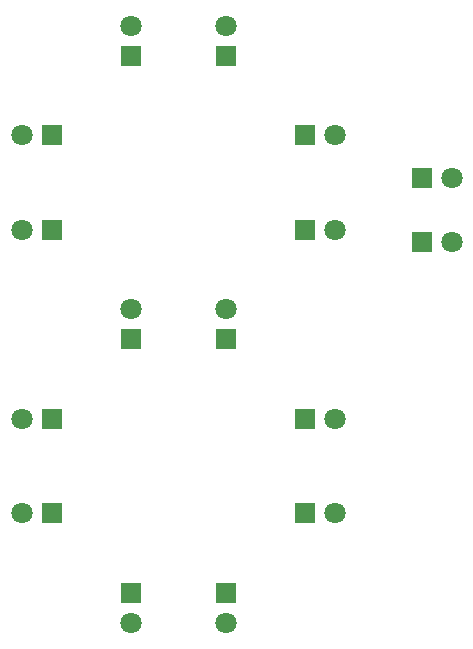
<source format=gbr>
%TF.GenerationSoftware,KiCad,Pcbnew,9.0.6-9.0.6~ubuntu24.04.1*%
%TF.CreationDate,2025-12-08T22:33:50+01:00*%
%TF.ProjectId,7_seg_led_tht_3mm,375f7365-675f-46c6-9564-5f7468745f33,rev?*%
%TF.SameCoordinates,Original*%
%TF.FileFunction,Soldermask,Top*%
%TF.FilePolarity,Negative*%
%FSLAX46Y46*%
G04 Gerber Fmt 4.6, Leading zero omitted, Abs format (unit mm)*
G04 Created by KiCad (PCBNEW 9.0.6-9.0.6~ubuntu24.04.1) date 2025-12-08 22:33:50*
%MOMM*%
%LPD*%
G01*
G04 APERTURE LIST*
%ADD10R,1.800000X1.800000*%
%ADD11C,1.800000*%
G04 APERTURE END LIST*
D10*
%TO.C,D16*%
X217580000Y-86030000D03*
D11*
X220120000Y-86030000D03*
%TD*%
D10*
%TO.C,D15*%
X217580000Y-80560000D03*
D11*
X220120000Y-80560000D03*
%TD*%
%TO.C,D11*%
X210270000Y-77000000D03*
D10*
X207730000Y-77000000D03*
%TD*%
D11*
%TO.C,D2*%
X183730000Y-101000000D03*
D10*
X186270000Y-101000000D03*
%TD*%
D11*
%TO.C,D8*%
X201000000Y-91730000D03*
D10*
X201000000Y-94270000D03*
%TD*%
D11*
%TO.C,D4*%
X183730000Y-109000000D03*
D10*
X186270000Y-109000000D03*
%TD*%
D11*
%TO.C,D14*%
X210270000Y-109000000D03*
D10*
X207730000Y-109000000D03*
%TD*%
D11*
%TO.C,D7*%
X193000000Y-91730000D03*
D10*
X193000000Y-94270000D03*
%TD*%
D11*
%TO.C,D6*%
X201000000Y-67730000D03*
D10*
X201000000Y-70270000D03*
%TD*%
D11*
%TO.C,D1*%
X183730000Y-77000000D03*
D10*
X186270000Y-77000000D03*
%TD*%
D11*
%TO.C,D13*%
X210270000Y-85000000D03*
D10*
X207730000Y-85000000D03*
%TD*%
D11*
%TO.C,D5*%
X193000000Y-67730000D03*
D10*
X193000000Y-70270000D03*
%TD*%
D11*
%TO.C,D10*%
X201000000Y-118270000D03*
D10*
X201000000Y-115730000D03*
%TD*%
D11*
%TO.C,D3*%
X183730000Y-85000000D03*
D10*
X186270000Y-85000000D03*
%TD*%
D11*
%TO.C,D12*%
X210270000Y-101000000D03*
D10*
X207730000Y-101000000D03*
%TD*%
D11*
%TO.C,D9*%
X193000000Y-118270000D03*
D10*
X193000000Y-115730000D03*
%TD*%
M02*

</source>
